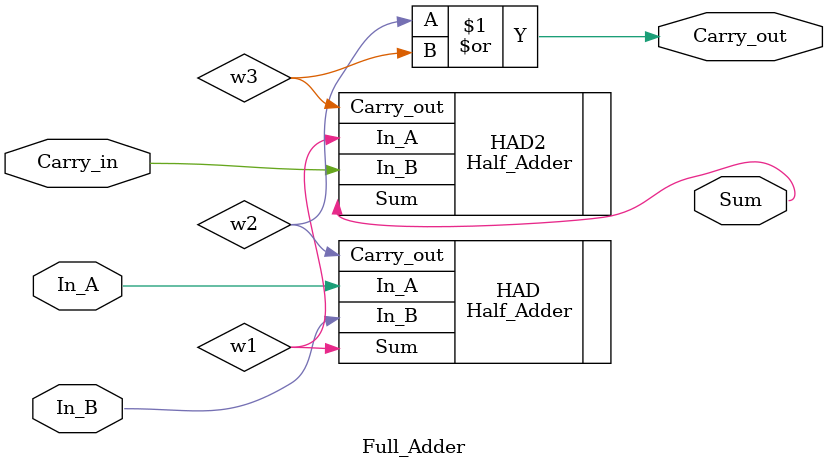
<source format=v>
`timescale 1ns / 1ps

module Full_Adder(
    In_A, In_B, Carry_in, Sum, Carry_out
    );
    input In_A, In_B, Carry_in;
    output Sum, Carry_out;
    wire w1, w2, w3;
	// implement full adder circuit, your code starts from here.
	// use half adder in this module, fulfill I/O ports connection.
    Half_Adder HAD (
        .In_A(In_A),
        .In_B(In_B),
        .Sum(w1),
        .Carry_out(w2)
    );
    Half_Adder HAD2 (
        .In_A(w1),
        .In_B(Carry_in),
        .Sum(Sum),
        .Carry_out(w3)
    );
    or(Carry_out, w2, w3);
endmodule

</source>
